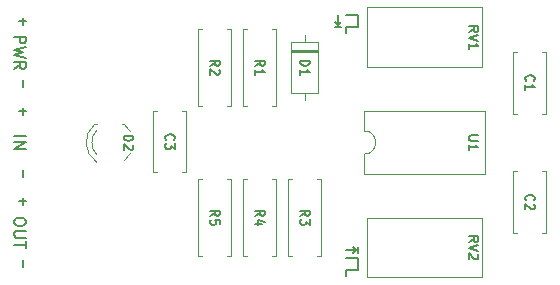
<source format=gbr>
%TF.GenerationSoftware,KiCad,Pcbnew,5.1.7-a382d34a8~88~ubuntu16.04.1*%
%TF.CreationDate,2021-06-30T18:42:27+02:00*%
%TF.ProjectId,555-drum-trigger,3535352d-6472-4756-9d2d-747269676765,rev?*%
%TF.SameCoordinates,Original*%
%TF.FileFunction,Legend,Top*%
%TF.FilePolarity,Positive*%
%FSLAX46Y46*%
G04 Gerber Fmt 4.6, Leading zero omitted, Abs format (unit mm)*
G04 Created by KiCad (PCBNEW 5.1.7-a382d34a8~88~ubuntu16.04.1) date 2021-06-30 18:42:27*
%MOMM*%
%LPD*%
G01*
G04 APERTURE LIST*
%ADD10C,0.150000*%
%ADD11C,0.120000*%
G04 APERTURE END LIST*
D10*
X114998500Y-67691000D02*
X113982500Y-67691000D01*
X113347500Y-66675000D02*
X113347500Y-67564000D01*
X114998500Y-87249000D02*
X114998500Y-88265000D01*
X114998500Y-88265000D02*
X113982500Y-88265000D01*
X113982500Y-87249000D02*
X114998500Y-87249000D01*
X113982500Y-86614000D02*
X114871500Y-86614000D01*
X114871500Y-86614000D02*
X114617500Y-86360000D01*
X114871500Y-86614000D02*
X114617500Y-86868000D01*
X114998500Y-86868000D02*
X114998500Y-86360000D01*
X113982500Y-88265000D02*
X113982500Y-88773000D01*
X113982500Y-67691000D02*
X113982500Y-68199000D01*
X114998500Y-66675000D02*
X114998500Y-67691000D01*
X113347500Y-67564000D02*
X113601500Y-67310000D01*
X113093500Y-67691000D02*
X113601500Y-67691000D01*
X113982500Y-66675000D02*
X114998500Y-66675000D01*
X113347500Y-67564000D02*
X113093500Y-67310000D01*
X85907619Y-76946190D02*
X86907619Y-76946190D01*
X85907619Y-77422380D02*
X86907619Y-77422380D01*
X85907619Y-77993809D01*
X86907619Y-77993809D01*
X86907619Y-84090000D02*
X86907619Y-84280476D01*
X86860000Y-84375714D01*
X86764761Y-84470952D01*
X86574285Y-84518571D01*
X86240952Y-84518571D01*
X86050476Y-84470952D01*
X85955238Y-84375714D01*
X85907619Y-84280476D01*
X85907619Y-84090000D01*
X85955238Y-83994761D01*
X86050476Y-83899523D01*
X86240952Y-83851904D01*
X86574285Y-83851904D01*
X86764761Y-83899523D01*
X86860000Y-83994761D01*
X86907619Y-84090000D01*
X86907619Y-84947142D02*
X86098095Y-84947142D01*
X86002857Y-84994761D01*
X85955238Y-85042380D01*
X85907619Y-85137619D01*
X85907619Y-85328095D01*
X85955238Y-85423333D01*
X86002857Y-85470952D01*
X86098095Y-85518571D01*
X86907619Y-85518571D01*
X86907619Y-85851904D02*
X86907619Y-86423333D01*
X85907619Y-86137619D02*
X86907619Y-86137619D01*
X85907619Y-68516666D02*
X86907619Y-68516666D01*
X86907619Y-68897619D01*
X86860000Y-68992857D01*
X86812380Y-69040476D01*
X86717142Y-69088095D01*
X86574285Y-69088095D01*
X86479047Y-69040476D01*
X86431428Y-68992857D01*
X86383809Y-68897619D01*
X86383809Y-68516666D01*
X86907619Y-69421428D02*
X85907619Y-69659523D01*
X86621904Y-69850000D01*
X85907619Y-70040476D01*
X86907619Y-70278571D01*
X85907619Y-71230952D02*
X86383809Y-70897619D01*
X85907619Y-70659523D02*
X86907619Y-70659523D01*
X86907619Y-71040476D01*
X86860000Y-71135714D01*
X86812380Y-71183333D01*
X86717142Y-71230952D01*
X86574285Y-71230952D01*
X86479047Y-71183333D01*
X86431428Y-71135714D01*
X86383809Y-71040476D01*
X86383809Y-70659523D01*
X86620357Y-66916666D02*
X86620357Y-67526190D01*
X86315595Y-67221428D02*
X86925119Y-67221428D01*
X86620357Y-72173809D02*
X86620357Y-72783333D01*
X86620357Y-74536666D02*
X86620357Y-75146190D01*
X86315595Y-74841428D02*
X86925119Y-74841428D01*
X86620357Y-79793809D02*
X86620357Y-80403333D01*
X86620357Y-82156666D02*
X86620357Y-82766190D01*
X86315595Y-82461428D02*
X86925119Y-82461428D01*
X86620357Y-87413809D02*
X86620357Y-88023333D01*
D11*
%TO.C,D2*%
X95216000Y-75910000D02*
X95060000Y-75910000D01*
X92900000Y-75910000D02*
X92744000Y-75910000D01*
X95759042Y-76578311D02*
G75*
G03*
X95215516Y-75910000I-1779042J-891689D01*
G01*
X92901392Y-79142335D02*
G75*
G02*
X92744484Y-75910000I1078608J1672335D01*
G01*
X92900163Y-78511130D02*
G75*
G02*
X92900000Y-76429039I1079837J1041130D01*
G01*
X95759526Y-78361689D02*
G75*
G02*
X95216000Y-79030000I-1779042J891689D01*
G01*
%TO.C,C1*%
X128485000Y-75050000D02*
X128170000Y-75050000D01*
X130910000Y-75050000D02*
X130595000Y-75050000D01*
X128485000Y-69810000D02*
X128170000Y-69810000D01*
X130910000Y-69810000D02*
X130595000Y-69810000D01*
X128170000Y-69810000D02*
X128170000Y-75050000D01*
X130910000Y-69810000D02*
X130910000Y-75050000D01*
%TO.C,C2*%
X130910000Y-79890000D02*
X130910000Y-85130000D01*
X128170000Y-79890000D02*
X128170000Y-85130000D01*
X130910000Y-79890000D02*
X130595000Y-79890000D01*
X128485000Y-79890000D02*
X128170000Y-79890000D01*
X130910000Y-85130000D02*
X130595000Y-85130000D01*
X128485000Y-85130000D02*
X128170000Y-85130000D01*
%TO.C,RV1*%
X125535000Y-71110000D02*
X115765000Y-71110000D01*
X125535000Y-66040000D02*
X115765000Y-66040000D01*
X125535000Y-71110000D02*
X125535000Y-66040000D01*
X115765000Y-71110000D02*
X115765000Y-66040000D01*
%TO.C,RV2*%
X125535000Y-83830000D02*
X125535000Y-88900000D01*
X115765000Y-83830000D02*
X115765000Y-88900000D01*
X115765000Y-88900000D02*
X125535000Y-88900000D01*
X115765000Y-83830000D02*
X125535000Y-83830000D01*
%TO.C,U1*%
X115510000Y-78470000D02*
X115510000Y-80120000D01*
X115510000Y-80120000D02*
X125790000Y-80120000D01*
X125790000Y-80120000D02*
X125790000Y-74820000D01*
X125790000Y-74820000D02*
X115510000Y-74820000D01*
X115510000Y-74820000D02*
X115510000Y-76470000D01*
X115510000Y-76470000D02*
G75*
G02*
X115510000Y-78470000I0J-1000000D01*
G01*
%TO.C,C3*%
X97690000Y-80010000D02*
X97690000Y-74770000D01*
X100430000Y-80010000D02*
X100430000Y-74770000D01*
X97690000Y-80010000D02*
X98005000Y-80010000D01*
X100115000Y-80010000D02*
X100430000Y-80010000D01*
X97690000Y-74770000D02*
X98005000Y-74770000D01*
X100115000Y-74770000D02*
X100430000Y-74770000D01*
%TO.C,R3*%
X111530000Y-80550000D02*
X111860000Y-80550000D01*
X111860000Y-80550000D02*
X111860000Y-87090000D01*
X111860000Y-87090000D02*
X111530000Y-87090000D01*
X109450000Y-80550000D02*
X109120000Y-80550000D01*
X109120000Y-80550000D02*
X109120000Y-87090000D01*
X109120000Y-87090000D02*
X109450000Y-87090000D01*
%TO.C,R5*%
X103910000Y-80550000D02*
X104240000Y-80550000D01*
X104240000Y-80550000D02*
X104240000Y-87090000D01*
X104240000Y-87090000D02*
X103910000Y-87090000D01*
X101830000Y-80550000D02*
X101500000Y-80550000D01*
X101500000Y-80550000D02*
X101500000Y-87090000D01*
X101500000Y-87090000D02*
X101830000Y-87090000D01*
%TO.C,R4*%
X105640000Y-87090000D02*
X105310000Y-87090000D01*
X105310000Y-87090000D02*
X105310000Y-80550000D01*
X105310000Y-80550000D02*
X105640000Y-80550000D01*
X107720000Y-87090000D02*
X108050000Y-87090000D01*
X108050000Y-87090000D02*
X108050000Y-80550000D01*
X108050000Y-80550000D02*
X107720000Y-80550000D01*
%TO.C,D1*%
X111610000Y-69000000D02*
X109370000Y-69000000D01*
X109370000Y-69000000D02*
X109370000Y-73240000D01*
X109370000Y-73240000D02*
X111610000Y-73240000D01*
X111610000Y-73240000D02*
X111610000Y-69000000D01*
X110490000Y-68350000D02*
X110490000Y-69000000D01*
X110490000Y-73890000D02*
X110490000Y-73240000D01*
X111610000Y-69720000D02*
X109370000Y-69720000D01*
X111610000Y-69840000D02*
X109370000Y-69840000D01*
X111610000Y-69600000D02*
X109370000Y-69600000D01*
%TO.C,R2*%
X104240000Y-67850000D02*
X103910000Y-67850000D01*
X104240000Y-74390000D02*
X104240000Y-67850000D01*
X103910000Y-74390000D02*
X104240000Y-74390000D01*
X101500000Y-67850000D02*
X101830000Y-67850000D01*
X101500000Y-74390000D02*
X101500000Y-67850000D01*
X101830000Y-74390000D02*
X101500000Y-74390000D01*
%TO.C,R1*%
X107720000Y-67850000D02*
X108050000Y-67850000D01*
X108050000Y-67850000D02*
X108050000Y-74390000D01*
X108050000Y-74390000D02*
X107720000Y-74390000D01*
X105640000Y-67850000D02*
X105310000Y-67850000D01*
X105310000Y-67850000D02*
X105310000Y-74390000D01*
X105310000Y-74390000D02*
X105640000Y-74390000D01*
%TO.C,D2*%
D10*
X95205595Y-76879523D02*
X96005595Y-76879523D01*
X96005595Y-77070000D01*
X95967500Y-77184285D01*
X95891309Y-77260476D01*
X95815119Y-77298571D01*
X95662738Y-77336666D01*
X95548452Y-77336666D01*
X95396071Y-77298571D01*
X95319880Y-77260476D01*
X95243690Y-77184285D01*
X95205595Y-77070000D01*
X95205595Y-76879523D01*
X95929404Y-77641428D02*
X95967500Y-77679523D01*
X96005595Y-77755714D01*
X96005595Y-77946190D01*
X95967500Y-78022380D01*
X95929404Y-78060476D01*
X95853214Y-78098571D01*
X95777023Y-78098571D01*
X95662738Y-78060476D01*
X95205595Y-77603333D01*
X95205595Y-78098571D01*
%TO.C,C1*%
X129254285Y-72256666D02*
X129216190Y-72218571D01*
X129178095Y-72104285D01*
X129178095Y-72028095D01*
X129216190Y-71913809D01*
X129292380Y-71837619D01*
X129368571Y-71799523D01*
X129520952Y-71761428D01*
X129635238Y-71761428D01*
X129787619Y-71799523D01*
X129863809Y-71837619D01*
X129940000Y-71913809D01*
X129978095Y-72028095D01*
X129978095Y-72104285D01*
X129940000Y-72218571D01*
X129901904Y-72256666D01*
X129178095Y-73018571D02*
X129178095Y-72561428D01*
X129178095Y-72790000D02*
X129978095Y-72790000D01*
X129863809Y-72713809D01*
X129787619Y-72637619D01*
X129749523Y-72561428D01*
%TO.C,C2*%
X129254285Y-82376666D02*
X129216190Y-82338571D01*
X129178095Y-82224285D01*
X129178095Y-82148095D01*
X129216190Y-82033809D01*
X129292380Y-81957619D01*
X129368571Y-81919523D01*
X129520952Y-81881428D01*
X129635238Y-81881428D01*
X129787619Y-81919523D01*
X129863809Y-81957619D01*
X129940000Y-82033809D01*
X129978095Y-82148095D01*
X129978095Y-82224285D01*
X129940000Y-82338571D01*
X129901904Y-82376666D01*
X129901904Y-82681428D02*
X129940000Y-82719523D01*
X129978095Y-82795714D01*
X129978095Y-82986190D01*
X129940000Y-83062380D01*
X129901904Y-83100476D01*
X129825714Y-83138571D01*
X129749523Y-83138571D01*
X129635238Y-83100476D01*
X129178095Y-82643333D01*
X129178095Y-83138571D01*
%TO.C,RV1*%
X124415595Y-68103809D02*
X124796547Y-67837142D01*
X124415595Y-67646666D02*
X125215595Y-67646666D01*
X125215595Y-67951428D01*
X125177500Y-68027619D01*
X125139404Y-68065714D01*
X125063214Y-68103809D01*
X124948928Y-68103809D01*
X124872738Y-68065714D01*
X124834642Y-68027619D01*
X124796547Y-67951428D01*
X124796547Y-67646666D01*
X125215595Y-68332380D02*
X124415595Y-68599047D01*
X125215595Y-68865714D01*
X124415595Y-69551428D02*
X124415595Y-69094285D01*
X124415595Y-69322857D02*
X125215595Y-69322857D01*
X125101309Y-69246666D01*
X125025119Y-69170476D01*
X124987023Y-69094285D01*
%TO.C,RV2*%
X124415595Y-85883809D02*
X124796547Y-85617142D01*
X124415595Y-85426666D02*
X125215595Y-85426666D01*
X125215595Y-85731428D01*
X125177500Y-85807619D01*
X125139404Y-85845714D01*
X125063214Y-85883809D01*
X124948928Y-85883809D01*
X124872738Y-85845714D01*
X124834642Y-85807619D01*
X124796547Y-85731428D01*
X124796547Y-85426666D01*
X125215595Y-86112380D02*
X124415595Y-86379047D01*
X125215595Y-86645714D01*
X125139404Y-86874285D02*
X125177500Y-86912380D01*
X125215595Y-86988571D01*
X125215595Y-87179047D01*
X125177500Y-87255238D01*
X125139404Y-87293333D01*
X125063214Y-87331428D01*
X124987023Y-87331428D01*
X124872738Y-87293333D01*
X124415595Y-86836190D01*
X124415595Y-87331428D01*
%TO.C,U1*%
X125215595Y-76860476D02*
X124567976Y-76860476D01*
X124491785Y-76898571D01*
X124453690Y-76936666D01*
X124415595Y-77012857D01*
X124415595Y-77165238D01*
X124453690Y-77241428D01*
X124491785Y-77279523D01*
X124567976Y-77317619D01*
X125215595Y-77317619D01*
X124415595Y-78117619D02*
X124415595Y-77660476D01*
X124415595Y-77889047D02*
X125215595Y-77889047D01*
X125101309Y-77812857D01*
X125025119Y-77736666D01*
X124987023Y-77660476D01*
%TO.C,C3*%
X98774285Y-77256666D02*
X98736190Y-77218571D01*
X98698095Y-77104285D01*
X98698095Y-77028095D01*
X98736190Y-76913809D01*
X98812380Y-76837619D01*
X98888571Y-76799523D01*
X99040952Y-76761428D01*
X99155238Y-76761428D01*
X99307619Y-76799523D01*
X99383809Y-76837619D01*
X99460000Y-76913809D01*
X99498095Y-77028095D01*
X99498095Y-77104285D01*
X99460000Y-77218571D01*
X99421904Y-77256666D01*
X99498095Y-77523333D02*
X99498095Y-78018571D01*
X99193333Y-77751904D01*
X99193333Y-77866190D01*
X99155238Y-77942380D01*
X99117142Y-77980476D01*
X99040952Y-78018571D01*
X98850476Y-78018571D01*
X98774285Y-77980476D01*
X98736190Y-77942380D01*
X98698095Y-77866190D01*
X98698095Y-77637619D01*
X98736190Y-77561428D01*
X98774285Y-77523333D01*
%TO.C,R3*%
X110128095Y-83686666D02*
X110509047Y-83420000D01*
X110128095Y-83229523D02*
X110928095Y-83229523D01*
X110928095Y-83534285D01*
X110890000Y-83610476D01*
X110851904Y-83648571D01*
X110775714Y-83686666D01*
X110661428Y-83686666D01*
X110585238Y-83648571D01*
X110547142Y-83610476D01*
X110509047Y-83534285D01*
X110509047Y-83229523D01*
X110928095Y-83953333D02*
X110928095Y-84448571D01*
X110623333Y-84181904D01*
X110623333Y-84296190D01*
X110585238Y-84372380D01*
X110547142Y-84410476D01*
X110470952Y-84448571D01*
X110280476Y-84448571D01*
X110204285Y-84410476D01*
X110166190Y-84372380D01*
X110128095Y-84296190D01*
X110128095Y-84067619D01*
X110166190Y-83991428D01*
X110204285Y-83953333D01*
%TO.C,R5*%
X102508095Y-83686666D02*
X102889047Y-83420000D01*
X102508095Y-83229523D02*
X103308095Y-83229523D01*
X103308095Y-83534285D01*
X103270000Y-83610476D01*
X103231904Y-83648571D01*
X103155714Y-83686666D01*
X103041428Y-83686666D01*
X102965238Y-83648571D01*
X102927142Y-83610476D01*
X102889047Y-83534285D01*
X102889047Y-83229523D01*
X103308095Y-84410476D02*
X103308095Y-84029523D01*
X102927142Y-83991428D01*
X102965238Y-84029523D01*
X103003333Y-84105714D01*
X103003333Y-84296190D01*
X102965238Y-84372380D01*
X102927142Y-84410476D01*
X102850952Y-84448571D01*
X102660476Y-84448571D01*
X102584285Y-84410476D01*
X102546190Y-84372380D01*
X102508095Y-84296190D01*
X102508095Y-84105714D01*
X102546190Y-84029523D01*
X102584285Y-83991428D01*
%TO.C,R4*%
X106318095Y-83686666D02*
X106699047Y-83420000D01*
X106318095Y-83229523D02*
X107118095Y-83229523D01*
X107118095Y-83534285D01*
X107080000Y-83610476D01*
X107041904Y-83648571D01*
X106965714Y-83686666D01*
X106851428Y-83686666D01*
X106775238Y-83648571D01*
X106737142Y-83610476D01*
X106699047Y-83534285D01*
X106699047Y-83229523D01*
X106851428Y-84372380D02*
X106318095Y-84372380D01*
X107156190Y-84181904D02*
X106584761Y-83991428D01*
X106584761Y-84486666D01*
%TO.C,D1*%
X110128095Y-70529523D02*
X110928095Y-70529523D01*
X110928095Y-70720000D01*
X110890000Y-70834285D01*
X110813809Y-70910476D01*
X110737619Y-70948571D01*
X110585238Y-70986666D01*
X110470952Y-70986666D01*
X110318571Y-70948571D01*
X110242380Y-70910476D01*
X110166190Y-70834285D01*
X110128095Y-70720000D01*
X110128095Y-70529523D01*
X110128095Y-71748571D02*
X110128095Y-71291428D01*
X110128095Y-71520000D02*
X110928095Y-71520000D01*
X110813809Y-71443809D01*
X110737619Y-71367619D01*
X110699523Y-71291428D01*
%TO.C,R2*%
X102508095Y-70986666D02*
X102889047Y-70720000D01*
X102508095Y-70529523D02*
X103308095Y-70529523D01*
X103308095Y-70834285D01*
X103270000Y-70910476D01*
X103231904Y-70948571D01*
X103155714Y-70986666D01*
X103041428Y-70986666D01*
X102965238Y-70948571D01*
X102927142Y-70910476D01*
X102889047Y-70834285D01*
X102889047Y-70529523D01*
X103231904Y-71291428D02*
X103270000Y-71329523D01*
X103308095Y-71405714D01*
X103308095Y-71596190D01*
X103270000Y-71672380D01*
X103231904Y-71710476D01*
X103155714Y-71748571D01*
X103079523Y-71748571D01*
X102965238Y-71710476D01*
X102508095Y-71253333D01*
X102508095Y-71748571D01*
%TO.C,R1*%
X106318095Y-70986666D02*
X106699047Y-70720000D01*
X106318095Y-70529523D02*
X107118095Y-70529523D01*
X107118095Y-70834285D01*
X107080000Y-70910476D01*
X107041904Y-70948571D01*
X106965714Y-70986666D01*
X106851428Y-70986666D01*
X106775238Y-70948571D01*
X106737142Y-70910476D01*
X106699047Y-70834285D01*
X106699047Y-70529523D01*
X106318095Y-71748571D02*
X106318095Y-71291428D01*
X106318095Y-71520000D02*
X107118095Y-71520000D01*
X107003809Y-71443809D01*
X106927619Y-71367619D01*
X106889523Y-71291428D01*
%TD*%
M02*

</source>
